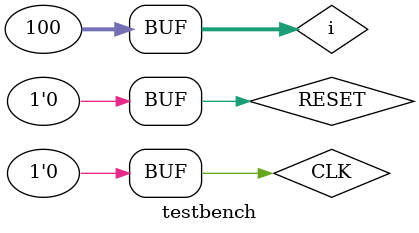
<source format=v>

`timescale 1us/1us


// 3 operand instruction (2 in, 1 out)
// 0xcxxx .. 0xfxxx
//	   2 bits: encoding
//     6 bits: instruction
//    12 bits: registers
//    12 bits: data

// 2 operand instruction (1 in, 1 out) 
// 0x8xxx .. 0xbxxx
//	   2 bits: encoding
//     6 bits: instruction
//     8 bits: registers
//    16 bits: data

// 1 operand instruction (1 in or 1 out) 
// 0x4xxx .. 0x7xxx
//	   2 bits: encoding
//     6 bits: instruction
//     4 bits: registers
//    20 bits: data

// 0 operand instruction  
// 0x0xxx .. 0x3xxx
//	   2 bits: encoding
//     6 bits: instruction
//    24 bits: data

//////////////////////////////////////////////////////////////////

module tweakdec( input Trigger,
				 input [31:0] INSCODE,
				 output [1:0]  ecode,
				 output [5:0]  icode,
				 output [23:0] dcode,
				 output [11:0] rcode );
				 
				 
	//////////////////////////////////////////
	// encodings
	//////////////////////////////////////////

	wire [11:0] rcode0 = { 12'b0 };
	wire [11:0] rcode1 = { INSCODE[23:20], 8'h00 };
	wire [11:0] rcode2 = { INSCODE[7:0], 4'h0 };
	wire [11:0] rcode3 = { INSCODE[11:0] };

	wire [23:0] dcode0 = { INSCODE[23:0] };
	wire [23:0] dcode1 = { INSCODE[19:0], 4'h0 };
	wire [23:0] dcode2 = { INSCODE[23:8], 8'h00 };
	wire [23:0] dcode3 = { INSCODE[23:12], 12'h000 };

	wire [1:0] iecode = INSCODE[31:30];
	wire [5:0] iicode = INSCODE[29:24];

	reg [23:0] idcode;
	reg [11:0] ircode;

	always @*
	begin
	  case(iecode)
	    2'b00: idcode = dcode0;
	    2'b01: idcode = dcode1;
	    2'b10: idcode = dcode2;
	    2'b11: idcode = dcode3;
	  endcase
	end
	always @*
	begin
	  case(iecode)
	    2'b00: ircode = rcode0;
	    2'b01: ircode = rcode1;
	    2'b10: ircode = rcode2;
	    2'b11: ircode = rcode3;
	  endcase
	end
	
	//wire [23:0] idcode = (iecode&1)	? (iecode&2)	? dcode3 : dcode1
	//								: (iecode&2)	? dcode2 : dcode0;
	
	//wire [11:0] ircode = (iecode&1)	? (iecode&2)	? rcode3 : rcode1
	//								: (iecode&2)	? rcode2 : rcode0;

	//////////////////////////////////////////
	// buffers
	//////////////////////////////////////////

	/*reg [1:0] recode = 2'b00;
	reg [5:0] ricode = 6'b000000;
	reg [23:0] rdcode = 24'h000000;
	reg [11:0] rrcode = 12'h000;
	
	always @ (posedge Trigger)
	begin
		recode <= iecode;
		ricode <= iicode;
		rdcode <= idcode;
		rrcode <= ircode;
	end*/
	
	assign ecode[1:0] = iecode[1:0];		
	assign icode[5:0] = iicode[5:0];		
	assign dcode[23:0] = idcode[23:0];		
	assign rcode[11:0] = ircode[11:0];		
	
endmodule
				 
//////////////////////////////////////////////////////////////////

module tweakalu3(	input AluTrigger, input [5:0] icode, 
					input [31:0] ain, input [31:0] bin, 
					output [31:0] outc );

	parameter [4:0]

		alucode_add = 5'b00000,
		alucode_sub = 5'b00001,

		alucode_and = 5'b00010,
		alucode_or =  5'b00011,
		alucode_xor = 5'b00100;

	reg [31:0] resC = 0;
	
	wire [31:0] res_add = (ain+bin);
	wire [31:0] res_sub = (ain-bin);
	wire [31:0] res_and = (ain&bin);
	wire [31:0] res_or = (ain|bin);
	wire [31:0] res_xor = (ain^bin);

	always @( posedge AluTrigger )
	begin
		case( icode )
			alucode_add :	begin		resC<=res_add;		end
			alucode_sub :	begin		resC<=res_sub;		end
			alucode_and :	begin		resC<=res_and;		end
			alucode_or  :	begin		resC<=res_or;		end
			alucode_xor :	begin		resC<=res_xor;		end
			default :		begin		resC<=ain;			end
		endcase
	end
	
	assign outc = resC;
	
endmodule
	
//////////////////////////////////////////////////////////////////

module tweakalu2(	input AluTrigger, input [5:0] icode, 
					input [31:0] ain,
					output [31:0] outb );

	parameter [4:0]

		alucode_copy = 5'b00000,
		alucode_neg = 5'b00001;

	reg [31:0] res = 0;
	
	wire [31:0] res_copy = (ain);
	wire [31:0] res_neg = (-ain);

	always @( posedge AluTrigger )
	begin
		case( icode )
			alucode_copy :	begin		res<=res_copy;		end
			alucode_neg :	begin		res<=res_neg;		end
			default :		begin		res<=ain;			end
		endcase
	end
	
	assign outb = res;
	
endmodule
	
//////////////////////////////////////////////////////////////////

module tweakregs( input Trigger, input rW, input [3:0] address, input [31:0] inp, output [31:0] outp );

	reg [31:0] registers [0:15];
	reg [31:0] outputbuffer;
	
	wire WriteTrigger = Trigger&rW;
	wire ReadTrigger = Trigger&(!rW);
	
	always @( posedge WriteTrigger )
		begin
			registers[address] = inp; 
		end
	always @( posedge ReadTrigger )
		begin
			outputbuffer = registers[address]; 
		end
		
	assign outp = outputbuffer;

endmodule

//////////////////////////////////////////////////////////////////

module Memory( input READENA, input [3:0] addr_in, output [31:0] dataout );
 
	parameter NUMWORDS = 8;
	parameter WORDSIZE = 32;
	
	reg [ WORDSIZE -1 : 0 ] InsMem[ 0: NUMWORDS-1 ];
	reg [ WORDSIZE -1 : 0 ] OutReg;
	
	initial begin
		OutReg = 0;
		InsMem[0] = { 8'hf0, 8'h00, 16'h1 };
		InsMem[1] = { 8'h40, 8'h00, 16'h1 };
		InsMem[2] = { 8'hf0, 8'h00, 16'h2 };
		InsMem[3] = { 8'h30, 8'h00, 16'h3 };
		InsMem[4] = { 8'h00, 8'h00, 16'h4 };
		InsMem[5] = { 8'hf0, 8'h00, 16'h5 };
		InsMem[6] = { 8'h00, 8'h00, 16'h6 };
		InsMem[7] = { 8'h60, 8'h00, 16'h7 };
	end

	always @( posedge READENA )
		begin
		OutReg = InsMem[ addr_in[ 2:0 ] ];
		end

	assign dataout = OutReg;
	
 endmodule
 
 //////////////////////////////////////////////////////////////////

module tweakpu (input CLK, input RESET, output op );

	//////////////////////////////

	reg [3:0] ADDRESS;
	reg HCLK;
	reg HCLK2;
	reg [31:0] curinsA;
	//reg [31:0] curinsB;
	//reg [31:0] curinsC;
	//reg [31:0] curinsD;
	reg [31:0] regobuf;
	reg [31:0] regibuf;

	//////////////////////////////

	wire RegLoadStoreTrigger;
	wire [3:0] RegAddress;
	wire [31:0] RegInput;
	wire [31:0] RegOutput;
	wire RegrW;
	
	wire [31:0] memdata;
	wire [31:0] alu3res;
	wire [31:0] alu2res;

	//////////////////////////////

	wire [1:0] ecodeA;
	reg [1:0] ecodeB;
	reg [1:0] ecodeC;
	reg [1:0] ecodeD;

	wire [5:0] icodeA;
	reg [5:0] icodeB;
	reg [5:0] icodeC;
	reg [5:0] icodeD;

	wire [23:0] dcodeA;
	reg [23:0] dcodeB;
	reg [23:0] dcodeC;
	reg [23:0] dcodeD;

	wire [11:0] rcodeA;
	reg [11:0] rcodeB;
	reg [11:0] rcodeC;
	reg [11:0] rcodeD;

	//////////////////////////////

	reg rENA, rENAD;
	
	wire NRES = ! RESET;
	wire NCLK = ! CLK;
	wire HCLK3 = ! HCLK;
	wire HCLK4 = ! HCLK2;

	wire phase_A = HCLK3&NRES;
	wire phase_B = HCLK2&NRES;
	wire phase_C = HCLK&rENA;
	wire phase_D = HCLK4&rENAD;

	//////////////////////////////

	initial begin
		rENA = 0;
		rENAD = 0;
		ADDRESS = 4'h0;
		HCLK = 1;
		HCLK2 = 1;
		curinsA = 32'h00;
		//curinsB = 32'h00;
		//curinsC = 32'h00;
		//curinsD = 32'h00;
	end
	
	//////////////////////////////
	
	always @( posedge phase_C )
		begin
		rENAD <= 1;
		end

	always @( negedge CLK )
		begin
		icodeD = icodeC;					
		icodeC = icodeB;					
		icodeB = icodeA;					
		rcodeD = rcodeC;					
		rcodeC = rcodeB;					
		rcodeB = rcodeA;					
		ecodeD = ecodeC;					
		ecodeC = ecodeB;					
		ecodeB = ecodeA;					
		dcodeD = dcodeC;					
		dcodeC = dcodeB;					
		dcodeB = dcodeA;					
		curinsA = memdata; // sample memory
		end

	always @( posedge CLK )
		begin
		rENA <= 1;
		HCLK <= ~ HCLK;
		ADDRESS <= RESET ? 0 : ADDRESS+1;
		end

	always @( negedge CLK )
		begin
		HCLK2 = ~ HCLK2;
		end

	always @ (posedge phase_A )
		begin
		end
		
	always @ (posedge phase_B )
		begin
		regibuf <= regobuf;
		end

	always @( posedge phase_C )
		begin
		regobuf <= RegOutput;
		end

	always @( posedge phase_D )
		begin
		end

	//////////////////////////////
	// Load/Store Regs
	//////////////////////////////

	assign RegLoadStoreTrigger = phase_B & (ecodeA==1) & (icodeA<2);
	assign RegrW = (icodeA==1);
	assign RegAddress = rcodeA[3:0];

	//////////////////////////////
	//
	//////////////////////////////

	tweakdec	mydecoderA( phase_A, curinsA, ecodeA, icodeA, dcodeA, rcodeA );
	//tweakdec	mydecoderB( phase_B, curinsB, ecodeB, icodeB, dcodeB, rcodeB );
	//tweakdec	mydecoderC( phase_C, curinsC, ecodeC, icodeC, dcodeC, rcodeC );
	//tweakdec	mydecoderD( phase_D, curinsD, ecodeD, icodeD, dcodeD, rcodeD );

	tweakregs	MyRegs( RegLoadStoreTrigger, RegrW, RegAddress, RegInput, RegOutput );

	tweakalu3	myalu3(	phase_C, icodeA, 
						regibuf, regobuf, 
						alu3res );
						
	tweakalu3	myalu2(	phase_C, icodeA, 
						regibuf, regobuf, 
						alu2res );

	Memory 		MyMemory( CLK, ADDRESS, memdata );

	//////////////////////////////
	//
	//////////////////////////////

	assign op = alu3res[0];
//
endmodule

//////////////////////////////////////////////////////////////////

module testbench;

	///////////////////////////////

	reg CLK = 0;
	reg RESET = 1;
	wire opo;

	///////////////////////////////
	tweakpu tpu ( CLK, RESET, opo );
	///////////////////////////////

	integer i;

	initial begin
//	$hello("yo",1);
	$dumpfile("tweakpu.vcd");
	$dumpvars(0,testbench);
	#5 RESET = 0;
	for( i=0; i<100; i=i+1 )
		CLK = #2 ~CLK;	
	end


endmodule


/////////////////////////////////////////////////////////////////

</source>
